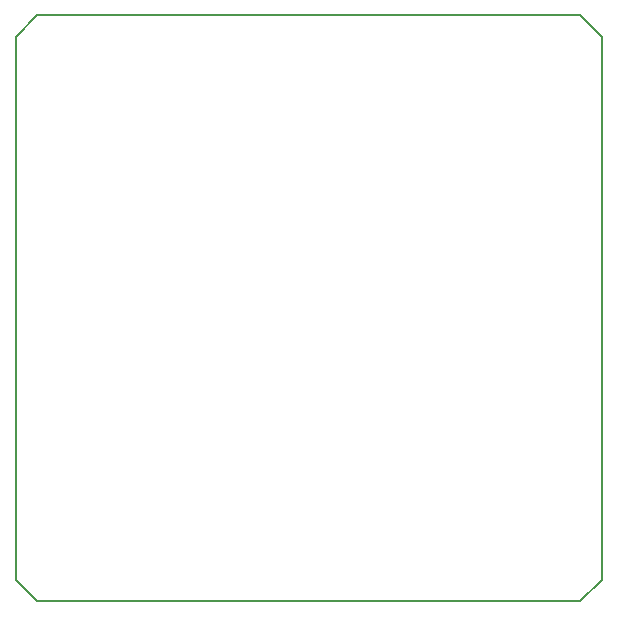
<source format=gm1>
G04 #@! TF.GenerationSoftware,KiCad,Pcbnew,(5.0.0)*
G04 #@! TF.CreationDate,2019-05-20T02:18:12+09:00*
G04 #@! TF.ProjectId,HeaterController_Controller,486561746572436F6E74726F6C6C6572,rev?*
G04 #@! TF.SameCoordinates,PX7f50c60PY34edce0*
G04 #@! TF.FileFunction,Profile,NP*
%FSLAX46Y46*%
G04 Gerber Fmt 4.6, Leading zero omitted, Abs format (unit mm)*
G04 Created by KiCad (PCBNEW (5.0.0)) date 05/20/19 02:18:12*
%MOMM*%
%LPD*%
G01*
G04 APERTURE LIST*
%ADD10C,0.200000*%
G04 APERTURE END LIST*
D10*
X-24300000Y-22500000D02*
X-22500000Y-24300000D01*
X23500000Y-24300000D02*
X25300000Y-22500000D01*
X23500000Y25300000D02*
X25300000Y23500000D01*
X-24300000Y23500000D02*
X-22500000Y25300000D01*
X23500000Y25300000D02*
X-22500000Y25300000D01*
X25300000Y-22500000D02*
X25300000Y23500000D01*
X-22500000Y-24300000D02*
X23500000Y-24300000D01*
X-24300000Y23500000D02*
X-24300000Y-22500000D01*
M02*

</source>
